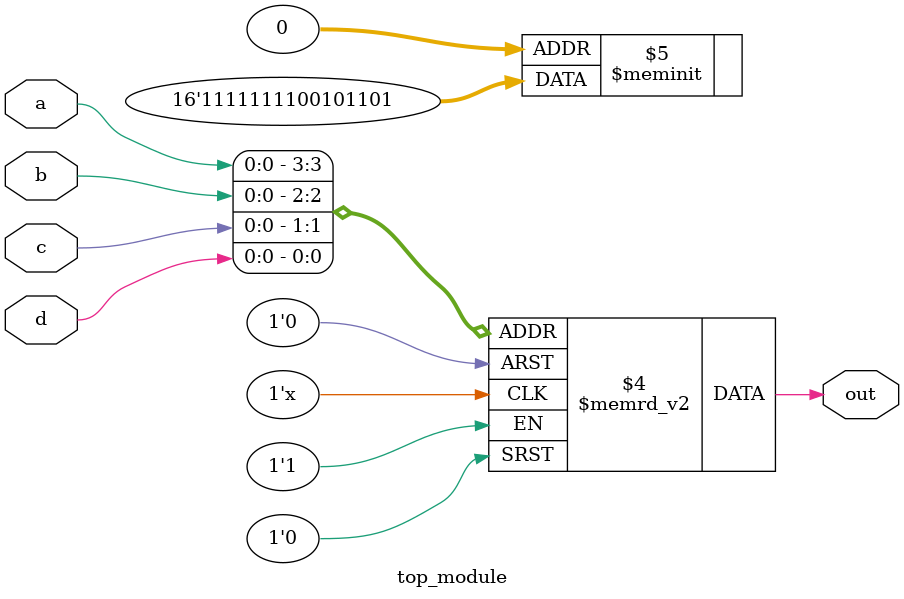
<source format=sv>
module top_module (
    input a, 
    input b,
    input c,
    input d,
    output reg out
);

always @(*)
begin
    case({a,b,c,d})
        4'b0000: out = 1'b1;
        4'b0001: out = 1'b0;
        4'b0010: out = 1'b1;
        4'b0011: out = 1'b1;
        4'b0100: out = 1'b0;
        4'b0101: out = 1'b1; // Changed output value to be 1
        4'b0110: out = 1'b0;
        4'b0111: out = 1'b0;
        4'b1000: out = 1'b1;
        4'b1001: out = 1'b1;
        4'b1010: out = 1'b1;
        4'b1011: out = 1'b1;
        4'b1100: out = 1'b1;
        4'b1101: out = 1'b1;
        4'b1110: out = 1'b1;
        default: out = 1'b1;
    endcase
end

endmodule

</source>
